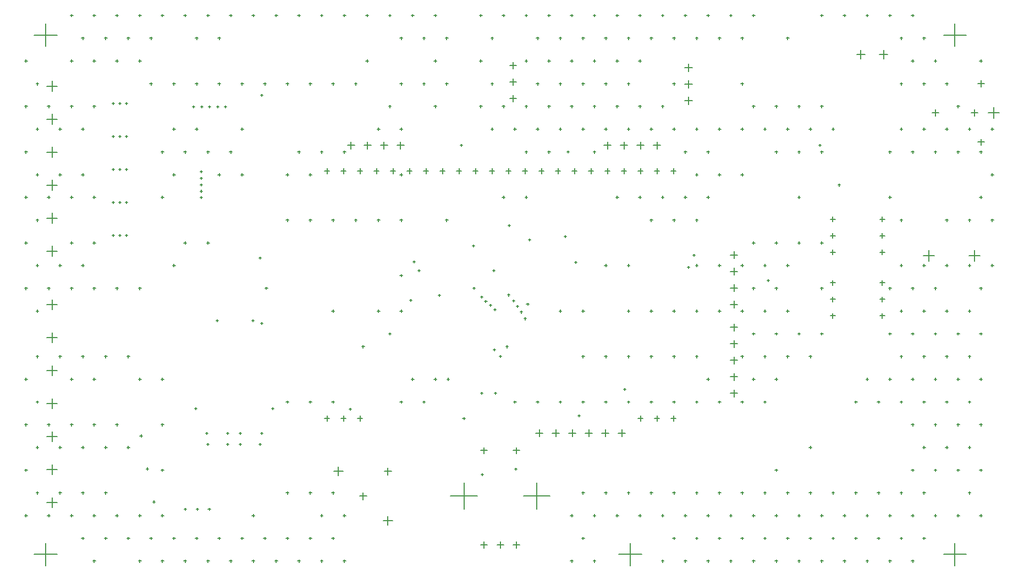
<source format=gbr>
%TF.GenerationSoftware,Altium Limited,Altium Designer,22.11.1 (43)*%
G04 Layer_Color=128*
%FSLAX43Y43*%
%MOMM*%
%TF.SameCoordinates,713154A8-74CC-4FB3-A553-2C66CAAA5226*%
%TF.FilePolarity,Positive*%
%TF.FileFunction,Drillmap*%
%TF.Part,Single*%
G01*
G75*
%TA.AperFunction,NonConductor*%
%ADD86C,0.127*%
D86*
X67350Y14000D02*
X71450D01*
X69400Y11950D02*
Y16050D01*
X78550Y14000D02*
X82650D01*
X80600Y11950D02*
Y16050D01*
X72000Y6500D02*
X73000D01*
X72500Y6000D02*
Y7000D01*
X74500Y6500D02*
X75500D01*
X75000Y6000D02*
Y7000D01*
X77000Y6500D02*
X78000D01*
X77500Y6000D02*
Y7000D01*
X72000Y21000D02*
X73000D01*
X72500Y20500D02*
Y21500D01*
X77000Y21000D02*
X78000D01*
X77500Y20500D02*
Y21500D01*
X47940Y25950D02*
X48720D01*
X48330Y25560D02*
Y26340D01*
X53020Y25950D02*
X53800D01*
X53410Y25560D02*
Y26340D01*
X50480Y25950D02*
X51260D01*
X50870Y25560D02*
Y26340D01*
X60640Y64050D02*
X61420D01*
X61030Y63660D02*
Y64440D01*
X70800Y64050D02*
X71580D01*
X71190Y63660D02*
Y64440D01*
X68260Y64050D02*
X69040D01*
X68650Y63660D02*
Y64440D01*
X65720Y64050D02*
X66500D01*
X66110Y63660D02*
Y64440D01*
X63180Y64050D02*
X63960D01*
X63570Y63660D02*
Y64440D01*
X58100Y64050D02*
X58880D01*
X58490Y63660D02*
Y64440D01*
X55560Y64050D02*
X56340D01*
X55950Y63660D02*
Y64440D01*
X53020Y64050D02*
X53800D01*
X53410Y63660D02*
Y64440D01*
X50480Y64050D02*
X51260D01*
X50870Y63660D02*
Y64440D01*
X47940Y64050D02*
X48720D01*
X48330Y63660D02*
Y64440D01*
X101280Y25950D02*
X102060D01*
X101670Y25560D02*
Y26340D01*
X98740Y25950D02*
X99520D01*
X99130Y25560D02*
Y26340D01*
X96200Y25950D02*
X96980D01*
X96590Y25560D02*
Y26340D01*
X73340Y64050D02*
X74120D01*
X73730Y63660D02*
Y64440D01*
X101280Y64050D02*
X102060D01*
X101670Y63660D02*
Y64440D01*
X88580Y64050D02*
X89360D01*
X88970Y63660D02*
Y64440D01*
X83500Y64050D02*
X84280D01*
X83890Y63660D02*
Y64440D01*
X80960Y64050D02*
X81740D01*
X81350Y63660D02*
Y64440D01*
X78420Y64050D02*
X79200D01*
X78810Y63660D02*
Y64440D01*
X75880Y64050D02*
X76660D01*
X76270Y63660D02*
Y64440D01*
X91120Y64050D02*
X91900D01*
X91510Y63660D02*
Y64440D01*
X93660Y64050D02*
X94440D01*
X94050Y63660D02*
Y64440D01*
X96200Y64050D02*
X96980D01*
X96590Y63660D02*
Y64440D01*
X86040Y64050D02*
X86820D01*
X86430Y63660D02*
Y64440D01*
X98740Y64050D02*
X99520D01*
X99130Y63660D02*
Y64440D01*
X125815Y56640D02*
X126565D01*
X126190Y56265D02*
Y57015D01*
X125815Y54100D02*
X126565D01*
X126190Y53725D02*
Y54475D01*
X125815Y51560D02*
X126565D01*
X126190Y51185D02*
Y51935D01*
X133435Y51560D02*
X134185D01*
X133810Y51185D02*
Y51935D01*
X133435Y54100D02*
X134185D01*
X133810Y53725D02*
Y54475D01*
X133435Y56640D02*
X134185D01*
X133810Y56265D02*
Y57015D01*
X147150Y51000D02*
X148850D01*
X148000Y50150D02*
Y51850D01*
X140150Y51000D02*
X141850D01*
X141000Y50150D02*
Y51850D01*
X148500Y68500D02*
X149500D01*
X149000Y68000D02*
Y69000D01*
X150150Y73000D02*
X151850D01*
X151000Y72150D02*
Y73850D01*
X141500Y73000D02*
X142500D01*
X142000Y72500D02*
Y73500D01*
X147500Y73000D02*
X148500D01*
X148000Y72500D02*
Y73500D01*
X148500Y77500D02*
X149500D01*
X149000Y77000D02*
Y78000D01*
X5200Y13000D02*
X6800D01*
X6000Y12200D02*
Y13800D01*
X5200Y18080D02*
X6800D01*
X6000Y17280D02*
Y18880D01*
X5200Y28240D02*
X6800D01*
X6000Y27440D02*
Y29040D01*
X5200Y38400D02*
X6800D01*
X6000Y37600D02*
Y39200D01*
X5200Y43480D02*
X6800D01*
X6000Y42680D02*
Y44280D01*
X5200Y33320D02*
X6800D01*
X6000Y32520D02*
Y34120D01*
X5200Y23160D02*
X6800D01*
X6000Y22360D02*
Y23960D01*
X56530Y68000D02*
X57630D01*
X57080Y67450D02*
Y68550D01*
X59070Y68000D02*
X60170D01*
X59620Y67450D02*
Y68550D01*
X53990Y68000D02*
X55090D01*
X54540Y67450D02*
Y68550D01*
X51450Y68000D02*
X52550D01*
X52000Y67450D02*
Y68550D01*
X96040Y68000D02*
X97140D01*
X96590Y67450D02*
Y68550D01*
X98580Y68000D02*
X99680D01*
X99130Y67450D02*
Y68550D01*
X93500Y68000D02*
X94600D01*
X94050Y67450D02*
Y68550D01*
X90960Y68000D02*
X92060D01*
X91510Y67450D02*
Y68550D01*
X76500Y80300D02*
X77500D01*
X77000Y79800D02*
Y80800D01*
X76500Y77760D02*
X77500D01*
X77000Y77260D02*
Y78260D01*
X76500Y75220D02*
X77500D01*
X77000Y74720D02*
Y75720D01*
X93250Y5000D02*
X96750D01*
X95000Y3250D02*
Y6750D01*
X125815Y46840D02*
X126565D01*
X126190Y46465D02*
Y47215D01*
X125815Y44300D02*
X126565D01*
X126190Y43925D02*
Y44675D01*
X125815Y41760D02*
X126565D01*
X126190Y41385D02*
Y42135D01*
X133435Y41760D02*
X134185D01*
X133810Y41385D02*
Y42135D01*
X133435Y44300D02*
X134185D01*
X133810Y43925D02*
Y44675D01*
X133435Y46840D02*
X134185D01*
X133810Y46465D02*
Y47215D01*
X53350Y14000D02*
X54450D01*
X53900Y13450D02*
Y14550D01*
X57160Y17810D02*
X58260D01*
X57710Y17260D02*
Y18360D01*
X49390Y17810D02*
X50790D01*
X50090Y17110D02*
Y18510D01*
X57010Y10190D02*
X58410D01*
X57710Y9490D02*
Y10890D01*
X80450Y23700D02*
X81550D01*
X81000Y23150D02*
Y24250D01*
X82990Y23700D02*
X84090D01*
X83540Y23150D02*
Y24250D01*
X88070Y23700D02*
X89170D01*
X88620Y23150D02*
Y24250D01*
X93150Y23700D02*
X94250D01*
X93700Y23150D02*
Y24250D01*
X90610Y23700D02*
X91710D01*
X91160Y23150D02*
Y24250D01*
X85530Y23700D02*
X86630D01*
X86080Y23150D02*
Y24250D01*
X5200Y51700D02*
X6800D01*
X6000Y50900D02*
Y52500D01*
X5200Y56780D02*
X6800D01*
X6000Y55980D02*
Y57580D01*
X5200Y66940D02*
X6800D01*
X6000Y66140D02*
Y67740D01*
X5200Y77100D02*
X6800D01*
X6000Y76300D02*
Y77900D01*
X5200Y72020D02*
X6800D01*
X6000Y71220D02*
Y72820D01*
X5200Y61860D02*
X6800D01*
X6000Y61060D02*
Y62660D01*
X3250Y85000D02*
X6750D01*
X5000Y83250D02*
Y86750D01*
X103400Y74920D02*
X104600D01*
X104000Y74320D02*
Y75520D01*
X103400Y77460D02*
X104600D01*
X104000Y76860D02*
Y78060D01*
X103400Y80000D02*
X104600D01*
X104000Y79400D02*
Y80600D01*
X129850Y82000D02*
X131150D01*
X130500Y81350D02*
Y82650D01*
X133350Y82000D02*
X134650D01*
X134000Y81350D02*
Y82650D01*
X143250Y85000D02*
X146750D01*
X145000Y83250D02*
Y86750D01*
X3250Y5000D02*
X6750D01*
X5000Y3250D02*
Y6750D01*
X143250Y5000D02*
X146750D01*
X145000Y3250D02*
Y6750D01*
X110450Y34920D02*
X111550D01*
X111000Y34370D02*
Y35470D01*
X110450Y29840D02*
X111550D01*
X111000Y29290D02*
Y30390D01*
X110450Y32380D02*
X111550D01*
X111000Y31830D02*
Y32930D01*
X110450Y37460D02*
X111550D01*
X111000Y36910D02*
Y38010D01*
X110450Y40000D02*
X111550D01*
X111000Y39450D02*
Y40550D01*
X110450Y51120D02*
X111550D01*
X111000Y50570D02*
Y51670D01*
X110450Y48580D02*
X111550D01*
X111000Y48030D02*
Y49130D01*
X110450Y43500D02*
X111550D01*
X111000Y42950D02*
Y44050D01*
X110450Y46040D02*
X111550D01*
X111000Y45490D02*
Y46590D01*
X138300Y88000D02*
X138700D01*
X138500Y87800D02*
Y88200D01*
X140050Y84500D02*
X140450D01*
X140250Y84300D02*
Y84700D01*
X134800Y88000D02*
X135200D01*
X135000Y87800D02*
Y88200D01*
X136550Y84500D02*
X136950D01*
X136750Y84300D02*
Y84700D01*
X131300Y88000D02*
X131700D01*
X131500Y87800D02*
Y88200D01*
X127800Y88000D02*
X128200D01*
X128000Y87800D02*
Y88200D01*
X124300Y88000D02*
X124700D01*
X124500Y87800D02*
Y88200D01*
X124300Y74000D02*
X124700D01*
X124500Y73800D02*
Y74200D01*
X126050Y70500D02*
X126450D01*
X126250Y70300D02*
Y70700D01*
X124300Y67000D02*
X124700D01*
X124500Y66800D02*
Y67200D01*
X124300Y53000D02*
X124700D01*
X124500Y52800D02*
Y53200D01*
X124300Y46000D02*
X124700D01*
X124500Y45800D02*
Y46200D01*
X124300Y39000D02*
X124700D01*
X124500Y38800D02*
Y39200D01*
X120800Y74000D02*
X121200D01*
X121000Y73800D02*
Y74200D01*
X122550Y70500D02*
X122950D01*
X122750Y70300D02*
Y70700D01*
X120800Y67000D02*
X121200D01*
X121000Y66800D02*
Y67200D01*
X120800Y60000D02*
X121200D01*
X121000Y59800D02*
Y60200D01*
X120800Y53000D02*
X121200D01*
X121000Y52800D02*
Y53200D01*
X120800Y39000D02*
X121200D01*
X121000Y38800D02*
Y39200D01*
X122550Y35500D02*
X122950D01*
X122750Y35300D02*
Y35700D01*
X119050Y84500D02*
X119450D01*
X119250Y84300D02*
Y84700D01*
X117300Y74000D02*
X117700D01*
X117500Y73800D02*
Y74200D01*
X119050Y70500D02*
X119450D01*
X119250Y70300D02*
Y70700D01*
X117300Y67000D02*
X117700D01*
X117500Y66800D02*
Y67200D01*
X117300Y53000D02*
X117700D01*
X117500Y52800D02*
Y53200D01*
X119050Y49500D02*
X119450D01*
X119250Y49300D02*
Y49700D01*
X117300Y46000D02*
X117700D01*
X117500Y45800D02*
Y46200D01*
X119050Y42500D02*
X119450D01*
X119250Y42300D02*
Y42700D01*
X117300Y39000D02*
X117700D01*
X117500Y38800D02*
Y39200D01*
X119050Y35500D02*
X119450D01*
X119250Y35300D02*
Y35700D01*
X117300Y32000D02*
X117700D01*
X117500Y31800D02*
Y32200D01*
X113800Y88000D02*
X114200D01*
X114000Y87800D02*
Y88200D01*
X113800Y74000D02*
X114200D01*
X114000Y73800D02*
Y74200D01*
X115550Y70500D02*
X115950D01*
X115750Y70300D02*
Y70700D01*
X113800Y53000D02*
X114200D01*
X114000Y52800D02*
Y53200D01*
X115550Y49500D02*
X115950D01*
X115750Y49300D02*
Y49700D01*
X113800Y46000D02*
X114200D01*
X114000Y45800D02*
Y46200D01*
X115550Y42500D02*
X115950D01*
X115750Y42300D02*
Y42700D01*
X113800Y39000D02*
X114200D01*
X114000Y38800D02*
Y39200D01*
X115550Y35500D02*
X115950D01*
X115750Y35300D02*
Y35700D01*
X113800Y32000D02*
X114200D01*
X114000Y31800D02*
Y32200D01*
X115550Y28500D02*
X115950D01*
X115750Y28300D02*
Y28700D01*
X110300Y88000D02*
X110700D01*
X110500Y87800D02*
Y88200D01*
X112050Y84500D02*
X112450D01*
X112250Y84300D02*
Y84700D01*
X112050Y77500D02*
X112450D01*
X112250Y77300D02*
Y77700D01*
X112050Y70500D02*
X112450D01*
X112250Y70300D02*
Y70700D01*
X112050Y63500D02*
X112450D01*
X112250Y63300D02*
Y63700D01*
X112050Y49500D02*
X112450D01*
X112250Y49300D02*
Y49700D01*
X112050Y42500D02*
X112450D01*
X112250Y42300D02*
Y42700D01*
X112050Y35500D02*
X112450D01*
X112250Y35300D02*
Y35700D01*
X112050Y28500D02*
X112450D01*
X112250Y28300D02*
Y28700D01*
X106800Y88000D02*
X107200D01*
X107000Y87800D02*
Y88200D01*
X108550Y84500D02*
X108950D01*
X108750Y84300D02*
Y84700D01*
X108550Y70500D02*
X108950D01*
X108750Y70300D02*
Y70700D01*
X106800Y67000D02*
X107200D01*
X107000Y66800D02*
Y67200D01*
X108550Y63500D02*
X108950D01*
X108750Y63300D02*
Y63700D01*
X106800Y60000D02*
X107200D01*
X107000Y59800D02*
Y60200D01*
X108550Y49500D02*
X108950D01*
X108750Y49300D02*
Y49700D01*
X108550Y42500D02*
X108950D01*
X108750Y42300D02*
Y42700D01*
X106800Y32000D02*
X107200D01*
X107000Y31800D02*
Y32200D01*
X108550Y28500D02*
X108950D01*
X108750Y28300D02*
Y28700D01*
X103300Y88000D02*
X103700D01*
X103500Y87800D02*
Y88200D01*
X105050Y84500D02*
X105450D01*
X105250Y84300D02*
Y84700D01*
X105050Y70500D02*
X105450D01*
X105250Y70300D02*
Y70700D01*
X103300Y67000D02*
X103700D01*
X103500Y66800D02*
Y67200D01*
X105050Y63500D02*
X105450D01*
X105250Y63300D02*
Y63700D01*
X103300Y60000D02*
X103700D01*
X103500Y59800D02*
Y60200D01*
X105050Y56500D02*
X105450D01*
X105250Y56300D02*
Y56700D01*
X105050Y49500D02*
X105450D01*
X105250Y49300D02*
Y49700D01*
X105050Y42500D02*
X105450D01*
X105250Y42300D02*
Y42700D01*
X105050Y35500D02*
X105450D01*
X105250Y35300D02*
Y35700D01*
X105050Y28500D02*
X105450D01*
X105250Y28300D02*
Y28700D01*
X99800Y88000D02*
X100200D01*
X100000Y87800D02*
Y88200D01*
X101550Y84500D02*
X101950D01*
X101750Y84300D02*
Y84700D01*
X101550Y77500D02*
X101950D01*
X101750Y77300D02*
Y77700D01*
X99800Y74000D02*
X100200D01*
X100000Y73800D02*
Y74200D01*
X101550Y70500D02*
X101950D01*
X101750Y70300D02*
Y70700D01*
X99800Y60000D02*
X100200D01*
X100000Y59800D02*
Y60200D01*
X101550Y56500D02*
X101950D01*
X101750Y56300D02*
Y56700D01*
X101550Y42500D02*
X101950D01*
X101750Y42300D02*
Y42700D01*
X101550Y35500D02*
X101950D01*
X101750Y35300D02*
Y35700D01*
X101550Y28500D02*
X101950D01*
X101750Y28300D02*
Y28700D01*
X96300Y88000D02*
X96700D01*
X96500Y87800D02*
Y88200D01*
X98050Y84500D02*
X98450D01*
X98250Y84300D02*
Y84700D01*
X96300Y81000D02*
X96700D01*
X96500Y80800D02*
Y81200D01*
X96300Y74000D02*
X96700D01*
X96500Y73800D02*
Y74200D01*
X98050Y70500D02*
X98450D01*
X98250Y70300D02*
Y70700D01*
X96300Y60000D02*
X96700D01*
X96500Y59800D02*
Y60200D01*
X98050Y56500D02*
X98450D01*
X98250Y56300D02*
Y56700D01*
X98050Y42500D02*
X98450D01*
X98250Y42300D02*
Y42700D01*
X98050Y35500D02*
X98450D01*
X98250Y35300D02*
Y35700D01*
X98050Y28500D02*
X98450D01*
X98250Y28300D02*
Y28700D01*
X92800Y88000D02*
X93200D01*
X93000Y87800D02*
Y88200D01*
X94550Y84500D02*
X94950D01*
X94750Y84300D02*
Y84700D01*
X92800Y81000D02*
X93200D01*
X93000Y80800D02*
Y81200D01*
X94550Y77500D02*
X94950D01*
X94750Y77300D02*
Y77700D01*
X92800Y74000D02*
X93200D01*
X93000Y73800D02*
Y74200D01*
X94550Y70500D02*
X94950D01*
X94750Y70300D02*
Y70700D01*
X92800Y60000D02*
X93200D01*
X93000Y59800D02*
Y60200D01*
X94550Y49500D02*
X94950D01*
X94750Y49300D02*
Y49700D01*
X94550Y42500D02*
X94950D01*
X94750Y42300D02*
Y42700D01*
X94550Y35500D02*
X94950D01*
X94750Y35300D02*
Y35700D01*
X94550Y28500D02*
X94950D01*
X94750Y28300D02*
Y28700D01*
X89300Y88000D02*
X89700D01*
X89500Y87800D02*
Y88200D01*
X91050Y84500D02*
X91450D01*
X91250Y84300D02*
Y84700D01*
X89300Y81000D02*
X89700D01*
X89500Y80800D02*
Y81200D01*
X91050Y77500D02*
X91450D01*
X91250Y77300D02*
Y77700D01*
X89300Y74000D02*
X89700D01*
X89500Y73800D02*
Y74200D01*
X91050Y70500D02*
X91450D01*
X91250Y70300D02*
Y70700D01*
X89300Y67000D02*
X89700D01*
X89500Y66800D02*
Y67200D01*
X91050Y49500D02*
X91450D01*
X91250Y49300D02*
Y49700D01*
X91050Y35500D02*
X91450D01*
X91250Y35300D02*
Y35700D01*
X91050Y28500D02*
X91450D01*
X91250Y28300D02*
Y28700D01*
X85800Y88000D02*
X86200D01*
X86000Y87800D02*
Y88200D01*
X87550Y84500D02*
X87950D01*
X87750Y84300D02*
Y84700D01*
X85800Y81000D02*
X86200D01*
X86000Y80800D02*
Y81200D01*
X87550Y77500D02*
X87950D01*
X87750Y77300D02*
Y77700D01*
X85800Y74000D02*
X86200D01*
X86000Y73800D02*
Y74200D01*
X87550Y70500D02*
X87950D01*
X87750Y70300D02*
Y70700D01*
X87550Y42500D02*
X87950D01*
X87750Y42300D02*
Y42700D01*
X87550Y35500D02*
X87950D01*
X87750Y35300D02*
Y35700D01*
X87550Y28500D02*
X87950D01*
X87750Y28300D02*
Y28700D01*
X82300Y88000D02*
X82700D01*
X82500Y87800D02*
Y88200D01*
X84050Y84500D02*
X84450D01*
X84250Y84300D02*
Y84700D01*
X82300Y81000D02*
X82700D01*
X82500Y80800D02*
Y81200D01*
X84050Y77500D02*
X84450D01*
X84250Y77300D02*
Y77700D01*
X82300Y74000D02*
X82700D01*
X82500Y73800D02*
Y74200D01*
X84050Y70500D02*
X84450D01*
X84250Y70300D02*
Y70700D01*
X82300Y67000D02*
X82700D01*
X82500Y66800D02*
Y67200D01*
X84050Y42500D02*
X84450D01*
X84250Y42300D02*
Y42700D01*
X84050Y28500D02*
X84450D01*
X84250Y28300D02*
Y28700D01*
X78800Y88000D02*
X79200D01*
X79000Y87800D02*
Y88200D01*
X80550Y84500D02*
X80950D01*
X80750Y84300D02*
Y84700D01*
X78800Y81000D02*
X79200D01*
X79000Y80800D02*
Y81200D01*
X80550Y77500D02*
X80950D01*
X80750Y77300D02*
Y77700D01*
X78800Y74000D02*
X79200D01*
X79000Y73800D02*
Y74200D01*
X80550Y70500D02*
X80950D01*
X80750Y70300D02*
Y70700D01*
X78800Y67000D02*
X79200D01*
X79000Y66800D02*
Y67200D01*
X78800Y60000D02*
X79200D01*
X79000Y59800D02*
Y60200D01*
X80550Y28500D02*
X80950D01*
X80750Y28300D02*
Y28700D01*
X75300Y88000D02*
X75700D01*
X75500Y87800D02*
Y88200D01*
X75300Y74000D02*
X75700D01*
X75500Y73800D02*
Y74200D01*
X77050Y70500D02*
X77450D01*
X77250Y70300D02*
Y70700D01*
X75300Y60000D02*
X75700D01*
X75500Y59800D02*
Y60200D01*
X77050Y28500D02*
X77450D01*
X77250Y28300D02*
Y28700D01*
X71800Y88000D02*
X72200D01*
X72000Y87800D02*
Y88200D01*
X73550Y84500D02*
X73950D01*
X73750Y84300D02*
Y84700D01*
X71800Y81000D02*
X72200D01*
X72000Y80800D02*
Y81200D01*
X73550Y77500D02*
X73950D01*
X73750Y77300D02*
Y77700D01*
X71800Y74000D02*
X72200D01*
X72000Y73800D02*
Y74200D01*
X73550Y70500D02*
X73950D01*
X73750Y70300D02*
Y70700D01*
X64800Y88000D02*
X65200D01*
X65000Y87800D02*
Y88200D01*
X66550Y84500D02*
X66950D01*
X66750Y84300D02*
Y84700D01*
X64800Y81000D02*
X65200D01*
X65000Y80800D02*
Y81200D01*
X66550Y77500D02*
X66950D01*
X66750Y77300D02*
Y77700D01*
X64800Y74000D02*
X65200D01*
X65000Y73800D02*
Y74200D01*
X66550Y56500D02*
X66950D01*
X66750Y56300D02*
Y56700D01*
X64800Y32000D02*
X65200D01*
X65000Y31800D02*
Y32200D01*
X61300Y88000D02*
X61700D01*
X61500Y87800D02*
Y88200D01*
X63050Y84500D02*
X63450D01*
X63250Y84300D02*
Y84700D01*
X63050Y77500D02*
X63450D01*
X63250Y77300D02*
Y77700D01*
X61300Y32000D02*
X61700D01*
X61500Y31800D02*
Y32200D01*
X63050Y28500D02*
X63450D01*
X63250Y28300D02*
Y28700D01*
X57800Y88000D02*
X58200D01*
X58000Y87800D02*
Y88200D01*
X59550Y84500D02*
X59950D01*
X59750Y84300D02*
Y84700D01*
X59550Y77500D02*
X59950D01*
X59750Y77300D02*
Y77700D01*
X57800Y74000D02*
X58200D01*
X58000Y73800D02*
Y74200D01*
X59550Y70500D02*
X59950D01*
X59750Y70300D02*
Y70700D01*
X59550Y63500D02*
X59950D01*
X59750Y63300D02*
Y63700D01*
X59550Y56500D02*
X59950D01*
X59750Y56300D02*
Y56700D01*
X59550Y42500D02*
X59950D01*
X59750Y42300D02*
Y42700D01*
X57800Y39000D02*
X58200D01*
X58000Y38800D02*
Y39200D01*
X59550Y28500D02*
X59950D01*
X59750Y28300D02*
Y28700D01*
X54300Y88000D02*
X54700D01*
X54500Y87800D02*
Y88200D01*
X54300Y81000D02*
X54700D01*
X54500Y80800D02*
Y81200D01*
X56050Y70500D02*
X56450D01*
X56250Y70300D02*
Y70700D01*
X56050Y56500D02*
X56450D01*
X56250Y56300D02*
Y56700D01*
X56050Y42500D02*
X56450D01*
X56250Y42300D02*
Y42700D01*
X50800Y88000D02*
X51200D01*
X51000Y87800D02*
Y88200D01*
X52550Y77500D02*
X52950D01*
X52750Y77300D02*
Y77700D01*
X50800Y67000D02*
X51200D01*
X51000Y66800D02*
Y67200D01*
X52550Y56500D02*
X52950D01*
X52750Y56300D02*
Y56700D01*
X47300Y88000D02*
X47700D01*
X47500Y87800D02*
Y88200D01*
X49050Y77500D02*
X49450D01*
X49250Y77300D02*
Y77700D01*
X47300Y67000D02*
X47700D01*
X47500Y66800D02*
Y67200D01*
X49050Y56500D02*
X49450D01*
X49250Y56300D02*
Y56700D01*
X49050Y42500D02*
X49450D01*
X49250Y42300D02*
Y42700D01*
X43800Y88000D02*
X44200D01*
X44000Y87800D02*
Y88200D01*
X45550Y77500D02*
X45950D01*
X45750Y77300D02*
Y77700D01*
X43800Y67000D02*
X44200D01*
X44000Y66800D02*
Y67200D01*
X45550Y63500D02*
X45950D01*
X45750Y63300D02*
Y63700D01*
X45550Y56500D02*
X45950D01*
X45750Y56300D02*
Y56700D01*
X40300Y88000D02*
X40700D01*
X40500Y87800D02*
Y88200D01*
X42050Y77500D02*
X42450D01*
X42250Y77300D02*
Y77700D01*
X42050Y63500D02*
X42450D01*
X42250Y63300D02*
Y63700D01*
X42050Y56500D02*
X42450D01*
X42250Y56300D02*
Y56700D01*
X36800Y88000D02*
X37200D01*
X37000Y87800D02*
Y88200D01*
X38550Y77500D02*
X38950D01*
X38750Y77300D02*
Y77700D01*
X33300Y88000D02*
X33700D01*
X33500Y87800D02*
Y88200D01*
X35050Y77500D02*
X35450D01*
X35250Y77300D02*
Y77700D01*
X35050Y70500D02*
X35450D01*
X35250Y70300D02*
Y70700D01*
X33300Y67000D02*
X33700D01*
X33500Y66800D02*
Y67200D01*
X35050Y63500D02*
X35450D01*
X35250Y63300D02*
Y63700D01*
X29800Y88000D02*
X30200D01*
X30000Y87800D02*
Y88200D01*
X31550Y84500D02*
X31950D01*
X31750Y84300D02*
Y84700D01*
X31550Y77500D02*
X31950D01*
X31750Y77300D02*
Y77700D01*
X29800Y67000D02*
X30200D01*
X30000Y66800D02*
Y67200D01*
X31550Y63500D02*
X31950D01*
X31750Y63300D02*
Y63700D01*
X29800Y53000D02*
X30200D01*
X30000Y52800D02*
Y53200D01*
X26300Y88000D02*
X26700D01*
X26500Y87800D02*
Y88200D01*
X28050Y84500D02*
X28450D01*
X28250Y84300D02*
Y84700D01*
X28050Y77500D02*
X28450D01*
X28250Y77300D02*
Y77700D01*
X28050Y70500D02*
X28450D01*
X28250Y70300D02*
Y70700D01*
X26300Y67000D02*
X26700D01*
X26500Y66800D02*
Y67200D01*
X26300Y53000D02*
X26700D01*
X26500Y52800D02*
Y53200D01*
X22800Y88000D02*
X23200D01*
X23000Y87800D02*
Y88200D01*
X24550Y77500D02*
X24950D01*
X24750Y77300D02*
Y77700D01*
X24550Y70500D02*
X24950D01*
X24750Y70300D02*
Y70700D01*
X22800Y67000D02*
X23200D01*
X23000Y66800D02*
Y67200D01*
X24550Y63500D02*
X24950D01*
X24750Y63300D02*
Y63700D01*
X22800Y60000D02*
X23200D01*
X23000Y59800D02*
Y60200D01*
X24550Y49500D02*
X24950D01*
X24750Y49300D02*
Y49700D01*
X19300Y88000D02*
X19700D01*
X19500Y87800D02*
Y88200D01*
X21050Y84500D02*
X21450D01*
X21250Y84300D02*
Y84700D01*
X19300Y81000D02*
X19700D01*
X19500Y80800D02*
Y81200D01*
X21050Y77500D02*
X21450D01*
X21250Y77300D02*
Y77700D01*
X19300Y46000D02*
X19700D01*
X19500Y45800D02*
Y46200D01*
X15800Y88000D02*
X16200D01*
X16000Y87800D02*
Y88200D01*
X17550Y84500D02*
X17950D01*
X17750Y84300D02*
Y84700D01*
X15800Y81000D02*
X16200D01*
X16000Y80800D02*
Y81200D01*
X15800Y46000D02*
X16200D01*
X16000Y45800D02*
Y46200D01*
X12300Y88000D02*
X12700D01*
X12500Y87800D02*
Y88200D01*
X14050Y84500D02*
X14450D01*
X14250Y84300D02*
Y84700D01*
X12300Y81000D02*
X12700D01*
X12500Y80800D02*
Y81200D01*
X12300Y74000D02*
X12700D01*
X12500Y73800D02*
Y74200D01*
X12300Y60000D02*
X12700D01*
X12500Y59800D02*
Y60200D01*
X12300Y53000D02*
X12700D01*
X12500Y52800D02*
Y53200D01*
X12300Y46000D02*
X12700D01*
X12500Y45800D02*
Y46200D01*
X8800Y88000D02*
X9200D01*
X9000Y87800D02*
Y88200D01*
X10550Y84500D02*
X10950D01*
X10750Y84300D02*
Y84700D01*
X8800Y81000D02*
X9200D01*
X9000Y80800D02*
Y81200D01*
X8800Y74000D02*
X9200D01*
X9000Y73800D02*
Y74200D01*
X10550Y70500D02*
X10950D01*
X10750Y70300D02*
Y70700D01*
X10550Y63500D02*
X10950D01*
X10750Y63300D02*
Y63700D01*
X8800Y60000D02*
X9200D01*
X9000Y59800D02*
Y60200D01*
X8800Y53000D02*
X9200D01*
X9000Y52800D02*
Y53200D01*
X10550Y49500D02*
X10950D01*
X10750Y49300D02*
Y49700D01*
X8800Y46000D02*
X9200D01*
X9000Y45800D02*
Y46200D01*
X5300Y74000D02*
X5700D01*
X5500Y73800D02*
Y74200D01*
X7050Y70500D02*
X7450D01*
X7250Y70300D02*
Y70700D01*
X7050Y63500D02*
X7450D01*
X7250Y63300D02*
Y63700D01*
X5300Y60000D02*
X5700D01*
X5500Y59800D02*
Y60200D01*
X7050Y49500D02*
X7450D01*
X7250Y49300D02*
Y49700D01*
X5300Y46000D02*
X5700D01*
X5500Y45800D02*
Y46200D01*
X1800Y81000D02*
X2200D01*
X2000Y80800D02*
Y81200D01*
X3550Y77500D02*
X3950D01*
X3750Y77300D02*
Y77700D01*
X1800Y74000D02*
X2200D01*
X2000Y73800D02*
Y74200D01*
X3550Y70500D02*
X3950D01*
X3750Y70300D02*
Y70700D01*
X1800Y67000D02*
X2200D01*
X2000Y66800D02*
Y67200D01*
X3550Y63500D02*
X3950D01*
X3750Y63300D02*
Y63700D01*
X1800Y60000D02*
X2200D01*
X2000Y59800D02*
Y60200D01*
X3550Y56500D02*
X3950D01*
X3750Y56300D02*
Y56700D01*
X1800Y53000D02*
X2200D01*
X2000Y52800D02*
Y53200D01*
X3550Y49500D02*
X3950D01*
X3750Y49300D02*
Y49700D01*
X1800Y46000D02*
X2200D01*
X2000Y45800D02*
Y46200D01*
X3550Y42500D02*
X3950D01*
X3750Y42300D02*
Y42700D01*
X35050Y7500D02*
X35450D01*
X35250Y7300D02*
Y7700D01*
X136550Y70500D02*
X136950D01*
X136750Y70300D02*
Y70700D01*
X36800Y11000D02*
X37200D01*
X37000Y10800D02*
Y11200D01*
X26300Y4000D02*
X26700D01*
X26500Y3800D02*
Y4200D01*
X140050Y35500D02*
X140450D01*
X140250Y35300D02*
Y35700D01*
X10550Y21500D02*
X10950D01*
X10750Y21300D02*
Y21700D01*
X122550Y14500D02*
X122950D01*
X122750Y14300D02*
Y14700D01*
X14050Y7500D02*
X14450D01*
X14250Y7300D02*
Y7700D01*
X47300Y11000D02*
X47700D01*
X47500Y10800D02*
Y11200D01*
X22800Y11000D02*
X23200D01*
X23000Y10800D02*
Y11200D01*
X28050Y7500D02*
X28450D01*
X28250Y7300D02*
Y7700D01*
X45550Y14500D02*
X45950D01*
X45750Y14300D02*
Y14700D01*
X45550Y28500D02*
X45950D01*
X45750Y28300D02*
Y28700D01*
X134800Y4000D02*
X135200D01*
X135000Y3800D02*
Y4200D01*
X140050Y14500D02*
X140450D01*
X140250Y14300D02*
Y14700D01*
X89300Y4000D02*
X89700D01*
X89500Y3800D02*
Y4200D01*
X40300Y4000D02*
X40700D01*
X40500Y3800D02*
Y4200D01*
X19300Y32000D02*
X19700D01*
X19500Y31800D02*
Y32200D01*
X94550Y14500D02*
X94950D01*
X94750Y14300D02*
Y14700D01*
X143550Y21500D02*
X143950D01*
X143750Y21300D02*
Y21700D01*
X14050Y21500D02*
X14450D01*
X14250Y21300D02*
Y21700D01*
X12300Y25000D02*
X12700D01*
X12500Y24800D02*
Y25200D01*
X115550Y7500D02*
X115950D01*
X115750Y7300D02*
Y7700D01*
X138300Y4000D02*
X138700D01*
X138500Y3800D02*
Y4200D01*
X136550Y49500D02*
X136950D01*
X136750Y49300D02*
Y49700D01*
X7050Y35500D02*
X7450D01*
X7250Y35300D02*
Y35700D01*
X143550Y35500D02*
X143950D01*
X143750Y35300D02*
Y35700D01*
X148800Y60000D02*
X149200D01*
X149000Y59800D02*
Y60200D01*
X89300Y11000D02*
X89700D01*
X89500Y10800D02*
Y11200D01*
X148800Y81000D02*
X149200D01*
X149000Y80800D02*
Y81200D01*
X138300Y18000D02*
X138700D01*
X138500Y17800D02*
Y18200D01*
X140050Y77500D02*
X140450D01*
X140250Y77300D02*
Y77700D01*
X3550Y21500D02*
X3950D01*
X3750Y21300D02*
Y21700D01*
X122550Y21500D02*
X122950D01*
X122750Y21300D02*
Y21700D01*
X129550Y28500D02*
X129950D01*
X129750Y28300D02*
Y28700D01*
X50800Y4000D02*
X51200D01*
X51000Y3800D02*
Y4200D01*
X10550Y35500D02*
X10950D01*
X10750Y35300D02*
Y35700D01*
X145300Y18000D02*
X145700D01*
X145500Y17800D02*
Y18200D01*
X8800Y25000D02*
X9200D01*
X9000Y24800D02*
Y25200D01*
X138300Y81000D02*
X138700D01*
X138500Y80800D02*
Y81200D01*
X140050Y49500D02*
X140450D01*
X140250Y49300D02*
Y49700D01*
X50800Y11000D02*
X51200D01*
X51000Y10800D02*
Y11200D01*
X115550Y14500D02*
X115950D01*
X115750Y14300D02*
Y14700D01*
X12300Y32000D02*
X12700D01*
X12500Y31800D02*
Y32200D01*
X12300Y11000D02*
X12700D01*
X12500Y10800D02*
Y11200D01*
X150550Y63500D02*
X150950D01*
X150750Y63300D02*
Y63700D01*
X14050Y35500D02*
X14450D01*
X14250Y35300D02*
Y35700D01*
X138300Y46000D02*
X138700D01*
X138500Y45800D02*
Y46200D01*
X141800Y11000D02*
X142200D01*
X142000Y10800D02*
Y11200D01*
X103300Y4000D02*
X103700D01*
X103500Y3800D02*
Y4200D01*
X119050Y7500D02*
X119450D01*
X119250Y7300D02*
Y7700D01*
X8800Y32000D02*
X9200D01*
X9000Y31800D02*
Y32200D01*
X136550Y28500D02*
X136950D01*
X136750Y28300D02*
Y28700D01*
X138300Y32000D02*
X138700D01*
X138500Y31800D02*
Y32200D01*
X148800Y46000D02*
X149200D01*
X149000Y45800D02*
Y46200D01*
X17550Y21500D02*
X17950D01*
X17750Y21300D02*
Y21700D01*
X147050Y49500D02*
X147450D01*
X147250Y49300D02*
Y49700D01*
X150550Y56500D02*
X150950D01*
X150750Y56300D02*
Y56700D01*
X140050Y7500D02*
X140450D01*
X140250Y7300D02*
Y7700D01*
X42050Y7500D02*
X42450D01*
X42250Y7300D02*
Y7700D01*
X85800Y4000D02*
X86200D01*
X86000Y3800D02*
Y4200D01*
X3550Y14500D02*
X3950D01*
X3750Y14300D02*
Y14700D01*
X145300Y39000D02*
X145700D01*
X145500Y38800D02*
Y39200D01*
X10550Y14500D02*
X10950D01*
X10750Y14300D02*
Y14700D01*
X112050Y14500D02*
X112450D01*
X112250Y14300D02*
Y14700D01*
X103300Y11000D02*
X103700D01*
X103500Y10800D02*
Y11200D01*
X19300Y11000D02*
X19700D01*
X19500Y10800D02*
Y11200D01*
X138300Y25000D02*
X138700D01*
X138500Y24800D02*
Y25200D01*
X127800Y11000D02*
X128200D01*
X128000Y10800D02*
Y11200D01*
X7050Y14500D02*
X7450D01*
X7250Y14300D02*
Y14700D01*
X119050Y14500D02*
X119450D01*
X119250Y14300D02*
Y14700D01*
X113800Y11000D02*
X114200D01*
X114000Y10800D02*
Y11200D01*
X126050Y7500D02*
X126450D01*
X126250Y7300D02*
Y7700D01*
X21050Y7500D02*
X21450D01*
X21250Y7300D02*
Y7700D01*
X134800Y60000D02*
X135200D01*
X135000Y59800D02*
Y60200D01*
X101550Y14500D02*
X101950D01*
X101750Y14300D02*
Y14700D01*
X134800Y46000D02*
X135200D01*
X135000Y45800D02*
Y46200D01*
X10550Y7500D02*
X10950D01*
X10750Y7300D02*
Y7700D01*
X150550Y49500D02*
X150950D01*
X150750Y49300D02*
Y49700D01*
X87550Y7500D02*
X87950D01*
X87750Y7300D02*
Y7700D01*
X85800Y11000D02*
X86200D01*
X86000Y10800D02*
Y11200D01*
X138300Y39000D02*
X138700D01*
X138500Y38800D02*
Y39200D01*
X150550Y70500D02*
X150950D01*
X150750Y70300D02*
Y70700D01*
X148800Y11000D02*
X149200D01*
X149000Y10800D02*
Y11200D01*
X49050Y7500D02*
X49450D01*
X49250Y7300D02*
Y7700D01*
X138300Y11000D02*
X138700D01*
X138500Y10800D02*
Y11200D01*
X140050Y28500D02*
X140450D01*
X140250Y28300D02*
Y28700D01*
X22800Y32000D02*
X23200D01*
X23000Y31800D02*
Y32200D01*
X108550Y7500D02*
X108950D01*
X108750Y7300D02*
Y7700D01*
X45550Y7500D02*
X45950D01*
X45750Y7300D02*
Y7700D01*
X33300Y4000D02*
X33700D01*
X33500Y3800D02*
Y4200D01*
X101550Y7500D02*
X101950D01*
X101750Y7300D02*
Y7700D01*
X7050Y21500D02*
X7450D01*
X7250Y21300D02*
Y21700D01*
X42050Y14500D02*
X42450D01*
X42250Y14300D02*
Y14700D01*
X140050Y21500D02*
X140450D01*
X140250Y21300D02*
Y21700D01*
X117300Y4000D02*
X117700D01*
X117500Y3800D02*
Y4200D01*
X134800Y39000D02*
X135200D01*
X135000Y38800D02*
Y39200D01*
X24550Y7500D02*
X24950D01*
X24750Y7300D02*
Y7700D01*
X136550Y56500D02*
X136950D01*
X136750Y56300D02*
Y56700D01*
X145300Y11000D02*
X145700D01*
X145500Y10800D02*
Y11200D01*
X122550Y7500D02*
X122950D01*
X122750Y7300D02*
Y7700D01*
X110300Y4000D02*
X110700D01*
X110500Y3800D02*
Y4200D01*
X5300Y25000D02*
X5700D01*
X5500Y24800D02*
Y25200D01*
X134800Y32000D02*
X135200D01*
X135000Y31800D02*
Y32200D01*
X8800Y11000D02*
X9200D01*
X9000Y10800D02*
Y11200D01*
X42050Y28500D02*
X42450D01*
X42250Y28300D02*
Y28700D01*
X15800Y11000D02*
X16200D01*
X16000Y10800D02*
Y11200D01*
X147050Y70500D02*
X147450D01*
X147250Y70300D02*
Y70700D01*
X143550Y42500D02*
X143950D01*
X143750Y42300D02*
Y42700D01*
X1800Y18000D02*
X2200D01*
X2000Y17800D02*
Y18200D01*
X124300Y4000D02*
X124700D01*
X124500Y3800D02*
Y4200D01*
X17550Y7500D02*
X17950D01*
X17750Y7300D02*
Y7700D01*
X141800Y32000D02*
X142200D01*
X142000Y31800D02*
Y32200D01*
X141800Y46000D02*
X142200D01*
X142000Y45800D02*
Y46200D01*
X147050Y35500D02*
X147450D01*
X147250Y35300D02*
Y35700D01*
X147050Y21500D02*
X147450D01*
X147250Y21300D02*
Y21700D01*
X148800Y39000D02*
X149200D01*
X149000Y38800D02*
Y39200D01*
X145300Y25000D02*
X145700D01*
X145500Y24800D02*
Y25200D01*
X3550Y28500D02*
X3950D01*
X3750Y28300D02*
Y28700D01*
X143550Y77500D02*
X143950D01*
X143750Y77300D02*
Y77700D01*
X22800Y18000D02*
X23200D01*
X23000Y17800D02*
Y18200D01*
X105050Y14500D02*
X105450D01*
X105250Y14300D02*
Y14700D01*
X136550Y42500D02*
X136950D01*
X136750Y42300D02*
Y42700D01*
X134800Y67000D02*
X135200D01*
X135000Y66800D02*
Y67200D01*
X148800Y18000D02*
X149200D01*
X149000Y17800D02*
Y18200D01*
X141800Y81000D02*
X142200D01*
X142000Y80800D02*
Y81200D01*
X106800Y11000D02*
X107200D01*
X107000Y10800D02*
Y11200D01*
X92800Y11000D02*
X93200D01*
X93000Y10800D02*
Y11200D01*
X99800Y11000D02*
X100200D01*
X100000Y10800D02*
Y11200D01*
X124300Y11000D02*
X124700D01*
X124500Y10800D02*
Y11200D01*
X110300Y11000D02*
X110700D01*
X110500Y10800D02*
Y11200D01*
X134800Y11000D02*
X135200D01*
X135000Y10800D02*
Y11200D01*
X133050Y7500D02*
X133450D01*
X133250Y7300D02*
Y7700D01*
X120800Y11000D02*
X121200D01*
X121000Y10800D02*
Y11200D01*
X141800Y39000D02*
X142200D01*
X142000Y38800D02*
Y39200D01*
X131300Y32000D02*
X131700D01*
X131500Y31800D02*
Y32200D01*
X147050Y56500D02*
X147450D01*
X147250Y56300D02*
Y56700D01*
X141800Y18000D02*
X142200D01*
X142000Y17800D02*
Y18200D01*
X143550Y70500D02*
X143950D01*
X143750Y70300D02*
Y70700D01*
X36800Y4000D02*
X37200D01*
X37000Y3800D02*
Y4200D01*
X22800Y4000D02*
X23200D01*
X23000Y3800D02*
Y4200D01*
X133050Y14500D02*
X133450D01*
X133250Y14300D02*
Y14700D01*
X108550Y14500D02*
X108950D01*
X108750Y14300D02*
Y14700D01*
X117300Y11000D02*
X117700D01*
X117500Y10800D02*
Y11200D01*
X12300Y4000D02*
X12700D01*
X12500Y3800D02*
Y4200D01*
X105050Y7500D02*
X105450D01*
X105250Y7300D02*
Y7700D01*
X145300Y67000D02*
X145700D01*
X145500Y66800D02*
Y67200D01*
X3550Y35500D02*
X3950D01*
X3750Y35300D02*
Y35700D01*
X19300Y4000D02*
X19700D01*
X19500Y3800D02*
Y4200D01*
X38550Y7500D02*
X38950D01*
X38750Y7300D02*
Y7700D01*
X14050Y14500D02*
X14450D01*
X14250Y14300D02*
Y14700D01*
X148800Y25000D02*
X149200D01*
X149000Y24800D02*
Y25200D01*
X141800Y25000D02*
X142200D01*
X142000Y24800D02*
Y25200D01*
X131300Y11000D02*
X131700D01*
X131500Y10800D02*
Y11200D01*
X91050Y14500D02*
X91450D01*
X91250Y14300D02*
Y14700D01*
X140050Y70500D02*
X140450D01*
X140250Y70300D02*
Y70700D01*
X133050Y28500D02*
X133450D01*
X133250Y28300D02*
Y28700D01*
X43800Y4000D02*
X44200D01*
X44000Y3800D02*
Y4200D01*
X87550Y14500D02*
X87950D01*
X87750Y14300D02*
Y14700D01*
X148800Y32000D02*
X149200D01*
X149000Y31800D02*
Y32200D01*
X31550Y7500D02*
X31950D01*
X31750Y7300D02*
Y7700D01*
X131300Y4000D02*
X131700D01*
X131500Y3800D02*
Y4200D01*
X147050Y28500D02*
X147450D01*
X147250Y28300D02*
Y28700D01*
X106800Y4000D02*
X107200D01*
X107000Y3800D02*
Y4200D01*
X147050Y14500D02*
X147450D01*
X147250Y14300D02*
Y14700D01*
X145300Y74000D02*
X145700D01*
X145500Y73800D02*
Y74200D01*
X47300Y4000D02*
X47700D01*
X47500Y3800D02*
Y4200D01*
X29800Y4000D02*
X30200D01*
X30000Y3800D02*
Y4200D01*
X136550Y77500D02*
X136950D01*
X136750Y77300D02*
Y77700D01*
X112050Y7500D02*
X112450D01*
X112250Y7300D02*
Y7700D01*
X140050Y42500D02*
X140450D01*
X140250Y42300D02*
Y42700D01*
X99800Y4000D02*
X100200D01*
X100000Y3800D02*
Y4200D01*
X1800Y25000D02*
X2200D01*
X2000Y24800D02*
Y25200D01*
X126050Y14500D02*
X126450D01*
X126250Y14300D02*
Y14700D01*
X143550Y49500D02*
X143950D01*
X143750Y49300D02*
Y49700D01*
X147050Y42500D02*
X147450D01*
X147250Y42300D02*
Y42700D01*
X15800Y25000D02*
X16200D01*
X16000Y24800D02*
Y25200D01*
X136550Y7500D02*
X136950D01*
X136750Y7300D02*
Y7700D01*
X49050Y28500D02*
X49450D01*
X49250Y28300D02*
Y28700D01*
X96300Y11000D02*
X96700D01*
X96500Y10800D02*
Y11200D01*
X22800Y25000D02*
X23200D01*
X23000Y24800D02*
Y25200D01*
X1800Y32000D02*
X2200D01*
X2000Y31800D02*
Y32200D01*
X129550Y7500D02*
X129950D01*
X129750Y7300D02*
Y7700D01*
X127800Y4000D02*
X128200D01*
X128000Y3800D02*
Y4200D01*
X5300Y11000D02*
X5700D01*
X5500Y10800D02*
Y11200D01*
X136550Y14500D02*
X136950D01*
X136750Y14300D02*
Y14700D01*
X98050Y14500D02*
X98450D01*
X98250Y14300D02*
Y14700D01*
X117300Y18000D02*
X117700D01*
X117500Y17800D02*
Y18200D01*
X1800Y11000D02*
X2200D01*
X2000Y10800D02*
Y11200D01*
X143550Y28500D02*
X143950D01*
X143750Y28300D02*
Y28700D01*
X141800Y67000D02*
X142200D01*
X142000Y66800D02*
Y67200D01*
X129550Y14500D02*
X129950D01*
X129750Y14300D02*
Y14700D01*
X143550Y56500D02*
X143950D01*
X143750Y56300D02*
Y56700D01*
X120800Y4000D02*
X121200D01*
X121000Y3800D02*
Y4200D01*
X136550Y35500D02*
X136950D01*
X136750Y35300D02*
Y35700D01*
X145300Y32000D02*
X145700D01*
X145500Y31800D02*
Y32200D01*
X17550Y35500D02*
X17950D01*
X17750Y35300D02*
Y35700D01*
X113800Y4000D02*
X114200D01*
X114000Y3800D02*
Y4200D01*
X138300Y67000D02*
X138700D01*
X138500Y66800D02*
Y67200D01*
X148800Y67000D02*
X149200D01*
X149000Y66800D02*
Y67200D01*
X49050Y14500D02*
X49450D01*
X49250Y14300D02*
Y14700D01*
X71978Y44654D02*
X72328D01*
X72153Y44479D02*
Y44829D01*
X70778Y46010D02*
X71128D01*
X70953Y45835D02*
Y46185D01*
X69225Y25950D02*
X69575D01*
X69400Y25775D02*
Y26125D01*
X72070Y17282D02*
X72420D01*
X72245Y17107D02*
Y17457D01*
X66825Y32000D02*
X67175D01*
X67000Y31825D02*
Y32175D01*
X27620Y73967D02*
X27970D01*
X27795Y73792D02*
Y74142D01*
X28846Y73967D02*
X29196D01*
X29021Y73792D02*
Y74142D01*
X30073Y73967D02*
X30423D01*
X30247Y73792D02*
Y74142D01*
X31299Y73967D02*
X31649D01*
X31474Y73792D02*
Y74142D01*
X32525Y73967D02*
X32875D01*
X32700Y73792D02*
Y74142D01*
X15244Y74500D02*
X15594D01*
X15419Y74325D02*
Y74675D01*
X16269Y74500D02*
X16619D01*
X16444Y74325D02*
Y74675D01*
X17294Y74500D02*
X17644D01*
X17469Y74325D02*
Y74675D01*
X15244Y69420D02*
X15594D01*
X15419Y69245D02*
Y69595D01*
X16269Y69420D02*
X16619D01*
X16444Y69245D02*
Y69595D01*
X17294Y69420D02*
X17644D01*
X17469Y69245D02*
Y69595D01*
X15244Y64340D02*
X15594D01*
X15419Y64165D02*
Y64515D01*
X16269Y64340D02*
X16619D01*
X16444Y64165D02*
Y64515D01*
X17294Y64340D02*
X17644D01*
X17469Y64165D02*
Y64515D01*
X15244Y59260D02*
X15594D01*
X15419Y59085D02*
Y59435D01*
X16269Y59260D02*
X16619D01*
X16444Y59085D02*
Y59435D01*
X17294Y59260D02*
X17644D01*
X17469Y59085D02*
Y59435D01*
X17294Y54180D02*
X17644D01*
X17469Y54005D02*
Y54355D01*
X16269Y54180D02*
X16619D01*
X16444Y54005D02*
Y54355D01*
X15244Y54180D02*
X15594D01*
X15419Y54005D02*
Y54355D01*
X127015Y61895D02*
X127365D01*
X127190Y61720D02*
Y62070D01*
X77198Y18127D02*
X77548D01*
X77373Y17952D02*
Y18302D01*
X86925Y26388D02*
X87275D01*
X87100Y26213D02*
Y26563D01*
X51720Y27386D02*
X52070D01*
X51895Y27211D02*
Y27561D01*
X94022Y30450D02*
X94372D01*
X94197Y30275D02*
Y30625D01*
X68825Y68000D02*
X69175D01*
X69000Y67825D02*
Y68175D01*
X71978Y29840D02*
X72328D01*
X72153Y29665D02*
Y30015D01*
X74085Y29840D02*
X74435D01*
X74260Y29665D02*
Y30015D01*
X26323Y12000D02*
X26673D01*
X26498Y11825D02*
Y12175D01*
X28174Y12000D02*
X28524D01*
X28349Y11825D02*
Y12175D01*
X30025Y12000D02*
X30375D01*
X30200Y11825D02*
Y12175D01*
X37825Y50682D02*
X38175D01*
X38000Y50507D02*
Y50857D01*
X65432Y44913D02*
X65782D01*
X65607Y44738D02*
Y45088D01*
X73294Y43426D02*
X73644D01*
X73469Y43251D02*
Y43601D01*
X72608Y44010D02*
X72958D01*
X72783Y43835D02*
Y44185D01*
X61025Y44142D02*
X61375D01*
X61200Y43967D02*
Y44317D01*
X61525Y50100D02*
X61875D01*
X61700Y49925D02*
Y50275D01*
X62325Y48694D02*
X62675D01*
X62500Y48519D02*
Y48869D01*
X124075Y68000D02*
X124425D01*
X124250Y67825D02*
Y68175D01*
X76206Y55668D02*
X76556D01*
X76381Y55493D02*
Y55843D01*
X76124Y44962D02*
X76474D01*
X76299Y44787D02*
Y45137D01*
X74043Y42731D02*
X74393D01*
X74218Y42556D02*
Y42906D01*
X75880Y37000D02*
X76230D01*
X76055Y36825D02*
Y37175D01*
X79048Y43527D02*
X79398D01*
X79223Y43352D02*
Y43702D01*
X76868Y44078D02*
X77218D01*
X77043Y43903D02*
Y44253D01*
X73835Y48694D02*
X74185D01*
X74010Y48519D02*
Y48869D01*
X85296Y66984D02*
X85646D01*
X85470Y66809D02*
Y67159D01*
X29625Y23700D02*
X29975D01*
X29800Y23525D02*
Y23875D01*
X32875Y23700D02*
X33225D01*
X33050Y23525D02*
Y23875D01*
X34825Y23700D02*
X35175D01*
X35000Y23525D02*
Y23875D01*
X38075Y23700D02*
X38425D01*
X38250Y23525D02*
Y23875D01*
X78088Y42335D02*
X78438D01*
X78263Y42160D02*
Y42510D01*
X77451Y43201D02*
X77801D01*
X77626Y43026D02*
Y43376D01*
X78664Y41322D02*
X79014D01*
X78839Y41147D02*
Y41497D01*
X27923Y27491D02*
X28273D01*
X28098Y27316D02*
Y27666D01*
X20525Y18200D02*
X20875D01*
X20700Y18025D02*
Y18375D01*
X21525Y13120D02*
X21875D01*
X21700Y12945D02*
Y13295D01*
X39825Y27491D02*
X40175D01*
X40000Y27316D02*
Y27666D01*
X37825Y22000D02*
X38175D01*
X38000Y21825D02*
Y22175D01*
X34825Y22000D02*
X35175D01*
X35000Y21825D02*
Y22175D01*
X32875Y22000D02*
X33225D01*
X33050Y21825D02*
Y22175D01*
X29825Y22000D02*
X30175D01*
X30000Y21825D02*
Y22175D01*
X103825Y49246D02*
X104175D01*
X104000Y49071D02*
Y49421D01*
X31225Y41000D02*
X31575D01*
X31400Y40825D02*
Y41175D01*
X28785Y59961D02*
X29135D01*
X28960Y59786D02*
Y60136D01*
X28785Y60959D02*
X29135D01*
X28960Y60784D02*
Y61134D01*
X28785Y61946D02*
X29135D01*
X28960Y61771D02*
Y62121D01*
X28785Y62948D02*
X29135D01*
X28960Y62773D02*
Y63123D01*
X28785Y63949D02*
X29135D01*
X28960Y63774D02*
Y64124D01*
X84825Y54000D02*
X85175D01*
X85000Y53825D02*
Y54175D01*
X86425Y50000D02*
X86775D01*
X86600Y49825D02*
Y50175D01*
X38125Y75749D02*
X38475D01*
X38300Y75574D02*
Y75924D01*
X79325Y53500D02*
X79675D01*
X79500Y53325D02*
Y53675D01*
X116100Y47200D02*
X116450D01*
X116275Y47025D02*
Y47375D01*
X104641Y51120D02*
X104991D01*
X104816Y50945D02*
Y51295D01*
X53725Y37000D02*
X54075D01*
X53900Y36825D02*
Y37175D01*
X70725Y52500D02*
X71075D01*
X70900Y52325D02*
Y52675D01*
X74825Y35500D02*
X75175D01*
X75000Y35325D02*
Y35675D01*
X59573Y48000D02*
X59923D01*
X59748Y47825D02*
Y48175D01*
X73925Y36500D02*
X74275D01*
X74100Y36325D02*
Y36675D01*
X36727Y41000D02*
X37077D01*
X36902Y40825D02*
Y41175D01*
X38825Y46000D02*
X39175D01*
X39000Y45825D02*
Y46175D01*
X38075Y40600D02*
X38425D01*
X38250Y40425D02*
Y40775D01*
X19525Y23280D02*
X19875D01*
X19700Y23105D02*
Y23455D01*
%TF.MD5,d604a624371bb93aca86175d22cee059*%
M02*

</source>
